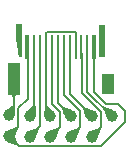
<source format=gbr>
%TF.GenerationSoftware,KiCad,Pcbnew,7.0.11*%
%TF.CreationDate,2025-03-06T21:23:03+09:00*%
%TF.ProjectId,USBC_Board,55534243-5f42-46f6-9172-642e6b696361,rev?*%
%TF.SameCoordinates,Original*%
%TF.FileFunction,Copper,L1,Top*%
%TF.FilePolarity,Positive*%
%FSLAX46Y46*%
G04 Gerber Fmt 4.6, Leading zero omitted, Abs format (unit mm)*
G04 Created by KiCad (PCBNEW 7.0.11) date 2025-03-06 21:23:03*
%MOMM*%
%LPD*%
G01*
G04 APERTURE LIST*
G04 Aperture macros list*
%AMFreePoly0*
4,1,22,0.012646,2.300439,0.012796,2.300403,0.012816,2.300369,0.012854,2.300354,0.012914,2.300207,0.012994,2.300076,0.287994,0.500075,0.287984,0.500037,0.288000,0.500000,0.288000,-0.250000,0.287854,-0.250354,0.287500,-0.250500,0.287500,-0.500000,-0.287500,-0.500000,-0.287500,-0.250500,-0.287854,-0.250354,-0.288000,-0.250000,-0.288000,2.300000,-0.287854,2.300354,-0.287500,2.300500,
0.012500,2.300500,0.012646,2.300439,0.012646,2.300439,$1*%
G04 Aperture macros list end*
%TA.AperFunction,SMDPad,CuDef*%
%ADD10C,1.000000*%
%TD*%
%TA.AperFunction,SMDPad,CuDef*%
%ADD11R,0.410000X2.000000*%
%TD*%
%TA.AperFunction,SMDPad,CuDef*%
%ADD12R,0.260000X2.000000*%
%TD*%
%TA.AperFunction,SMDPad,CuDef*%
%ADD13R,0.575000X2.800000*%
%TD*%
%TA.AperFunction,SMDPad,CuDef*%
%ADD14FreePoly0,180.000000*%
%TD*%
%TA.AperFunction,SMDPad,CuDef*%
%ADD15R,1.000000X1.800000*%
%TD*%
%TA.AperFunction,SMDPad,CuDef*%
%ADD16R,1.000000X2.700000*%
%TD*%
%TA.AperFunction,ViaPad*%
%ADD17C,0.600000*%
%TD*%
%TA.AperFunction,Conductor*%
%ADD18C,0.200000*%
%TD*%
G04 APERTURE END LIST*
D10*
%TO.P,J8,1,Pin_1*%
%TO.N,Net-(J11-RX2+)*%
X172900000Y-117500000D03*
%TD*%
%TO.P,J1,1,Pin_1*%
%TO.N,Net-(J1-Pin_1)*%
X167650000Y-117500000D03*
%TD*%
%TO.P,J10,1,Pin_1*%
%TO.N,Net-(J10-Pin_1)*%
X164150000Y-119200000D03*
%TD*%
%TO.P,J22,1,Pin_1*%
%TO.N,Net-(J22-Pin_1)*%
X164150000Y-117450000D03*
%TD*%
D11*
%TO.P,J11,A1,GNDA*%
%TO.N,Net-(J10-Pin_1)*%
X165712500Y-111675000D03*
D12*
%TO.P,J11,A2,TX1+*%
%TO.N,Net-(J11-TX1+)*%
X166287500Y-111675000D03*
%TO.P,J11,A3,TX1-*%
%TO.N,Net-(J11-TX1-)*%
X166787500Y-111675000D03*
%TO.P,J11,A4,A_VBUS*%
%TO.N,Net-(J1-Pin_1)*%
X167287500Y-111675000D03*
%TO.P,J11,A5,CC1*%
%TO.N,Net-(J11-CC1)*%
X167787500Y-111675000D03*
%TO.P,J11,A6,DA+*%
%TO.N,Net-(J11-DA+)*%
X168287500Y-111675000D03*
%TO.P,J11,A7,DA-*%
%TO.N,Net-(J11-DA-)*%
X168787500Y-111675000D03*
%TO.P,J11,A8,SBU1*%
%TO.N,Net-(J11-SBU1)*%
X169287500Y-111675000D03*
%TO.P,J11,A9,A_VBUS*%
%TO.N,Net-(J1-Pin_1)*%
X169787500Y-111675000D03*
%TO.P,J11,A10,RX2-*%
%TO.N,Net-(J11-RX2-)*%
X170287500Y-111675000D03*
%TO.P,J11,A11,RX2+*%
%TO.N,Net-(J11-RX2+)*%
X170787500Y-111675000D03*
D11*
%TO.P,J11,A12,GNDA*%
%TO.N,Net-(J10-Pin_1)*%
X171362500Y-111675000D03*
D13*
%TO.P,J11,S1*%
%TO.N,N/C*%
X172050000Y-111125000D03*
D14*
%TO.P,J11,S2*%
X165025000Y-110225000D03*
D15*
%TO.P,J11,S3,SHIELD*%
%TO.N,Net-(J22-Pin_1)*%
X172562500Y-114800000D03*
D16*
%TO.P,J11,S4,SHIELD*%
X164537500Y-114350000D03*
%TD*%
D10*
%TO.P,J2,1,Pin_1*%
%TO.N,Net-(J11-DA+)*%
X169400000Y-117500000D03*
%TD*%
%TO.P,J7,1,Pin_1*%
%TO.N,Net-(J11-SBU1)*%
X171150000Y-117500000D03*
%TD*%
%TO.P,J4,1,Pin_1*%
%TO.N,Net-(J11-CC1)*%
X167650000Y-119250000D03*
%TD*%
%TO.P,J3,1,Pin_1*%
%TO.N,Net-(J11-DA-)*%
X169400000Y-119250000D03*
%TD*%
%TO.P,J9,1,Pin_1*%
%TO.N,Net-(J11-RX2-)*%
X171150000Y-119250000D03*
%TD*%
%TO.P,J6,1,Pin_1*%
%TO.N,Net-(J11-TX1-)*%
X165900000Y-119250000D03*
%TD*%
%TO.P,J5,1,Pin_1*%
%TO.N,Net-(J11-TX1+)*%
X165900000Y-117500000D03*
%TD*%
D17*
%TO.N,Net-(J22-Pin_1)*%
X164550000Y-115250000D03*
%TD*%
D18*
%TO.N,Net-(J1-Pin_1)*%
X169787500Y-110470000D02*
X169717500Y-110400000D01*
X167357500Y-110400000D02*
X167287500Y-110470000D01*
X167287500Y-117137500D02*
X167287500Y-111700000D01*
X167287500Y-110470000D02*
X167287500Y-111700000D01*
X167650000Y-117500000D02*
X167287500Y-117137500D01*
X169717500Y-110400000D02*
X167357500Y-110400000D01*
X169787500Y-111700000D02*
X169787500Y-110470000D01*
%TO.N,Net-(J10-Pin_1)*%
X164950000Y-118400000D02*
X164150000Y-119200000D01*
X165725000Y-112119250D02*
X165725000Y-116025000D01*
X165725000Y-116025000D02*
X164950000Y-116800000D01*
X171900000Y-120050000D02*
X165000000Y-120050000D01*
X165000000Y-120050000D02*
X164150000Y-119200000D01*
X173950000Y-118000000D02*
X171900000Y-120050000D01*
X173950000Y-117050000D02*
X173950000Y-118000000D01*
X171362500Y-115449757D02*
X172362743Y-116450000D01*
X164950000Y-116800000D02*
X164950000Y-118400000D01*
X171362500Y-111700000D02*
X171362500Y-115449757D01*
X172362743Y-116450000D02*
X173350000Y-116450000D01*
X173350000Y-116450000D02*
X173950000Y-117050000D01*
%TO.N,Net-(J11-DA+)*%
X169400000Y-117500000D02*
X168300000Y-116400000D01*
X168300000Y-116400000D02*
X168300000Y-112119250D01*
%TO.N,Net-(J11-DA-)*%
X169400000Y-119250000D02*
X170200000Y-118450000D01*
X168800000Y-115700000D02*
X168800000Y-112119250D01*
X170200000Y-118450000D02*
X170200000Y-117100000D01*
X170200000Y-117100000D02*
X168800000Y-115700000D01*
%TO.N,Net-(J11-CC1)*%
X168450000Y-117150000D02*
X168450000Y-118450000D01*
X168450000Y-118450000D02*
X167650000Y-119250000D01*
X167800000Y-112119250D02*
X167800000Y-116500000D01*
X167800000Y-116500000D02*
X168450000Y-117150000D01*
%TO.N,Net-(J11-TX1+)*%
X166300000Y-112119250D02*
X166300000Y-117100000D01*
X166300000Y-117100000D02*
X165900000Y-117500000D01*
%TO.N,Net-(J11-TX1-)*%
X166800000Y-112119250D02*
X166800000Y-118350000D01*
X166800000Y-118350000D02*
X165900000Y-119250000D01*
%TO.N,Net-(J11-SBU1)*%
X169300000Y-115634314D02*
X169300000Y-112119250D01*
X171150000Y-117484314D02*
X169300000Y-115634314D01*
X171150000Y-117500000D02*
X171150000Y-117484314D01*
%TO.N,Net-(J11-RX2+)*%
X172847057Y-117500000D02*
X170787500Y-115440443D01*
X172900000Y-117500000D02*
X172847057Y-117500000D01*
X170787500Y-115440443D02*
X170787500Y-111700000D01*
%TO.N,Net-(J11-RX2-)*%
X171950000Y-118450000D02*
X171950000Y-117168629D01*
X170300000Y-115518629D02*
X170300000Y-112119250D01*
X171950000Y-117168629D02*
X170300000Y-115518629D01*
X171150000Y-119250000D02*
X171950000Y-118450000D01*
%TO.N,Net-(J22-Pin_1)*%
X164550000Y-117050000D02*
X164550000Y-115250000D01*
X164150000Y-117450000D02*
X164550000Y-117050000D01*
X164550000Y-115250000D02*
X164550000Y-114794250D01*
%TD*%
%TA.AperFunction,Conductor*%
%TO.N,Net-(J1-Pin_1)*%
G36*
X167390714Y-116652741D02*
G01*
X167993422Y-117138286D01*
X167997715Y-117146145D01*
X167995193Y-117154737D01*
X167994367Y-117155658D01*
X167653439Y-117497551D01*
X167645171Y-117500990D01*
X167645131Y-117500990D01*
X167162203Y-117500024D01*
X167153936Y-117496581D01*
X167150526Y-117488301D01*
X167150535Y-117487852D01*
X167187006Y-116661334D01*
X167190795Y-116653222D01*
X167198695Y-116650152D01*
X167383374Y-116650152D01*
X167390714Y-116652741D01*
G37*
%TD.AperFunction*%
%TD*%
%TA.AperFunction,Conductor*%
%TO.N,Net-(J10-Pin_1)*%
G36*
X164788262Y-118425137D02*
G01*
X164791755Y-118427543D01*
X164922456Y-118558244D01*
X164925883Y-118566517D01*
X164925114Y-118570688D01*
X164616222Y-119380119D01*
X164610071Y-119386627D01*
X164601120Y-119386879D01*
X164600849Y-119386772D01*
X164153796Y-119202562D01*
X164147453Y-119196242D01*
X163963233Y-118749162D01*
X163963250Y-118740211D01*
X163969594Y-118733890D01*
X163969841Y-118733792D01*
X164779314Y-118424885D01*
X164788262Y-118425137D01*
G37*
%TD.AperFunction*%
%TD*%
%TA.AperFunction,Conductor*%
%TO.N,Net-(J10-Pin_1)*%
G36*
X164609788Y-119013250D02*
G01*
X164616109Y-119019594D01*
X164616222Y-119019880D01*
X164683987Y-119197453D01*
X164862876Y-119666222D01*
X164925114Y-119829311D01*
X164924862Y-119838262D01*
X164922456Y-119841755D01*
X164791755Y-119972456D01*
X164783482Y-119975883D01*
X164779312Y-119975114D01*
X164397244Y-119829311D01*
X163969880Y-119666222D01*
X163963372Y-119660071D01*
X163963120Y-119651120D01*
X163963203Y-119650908D01*
X164147437Y-119203795D01*
X164153755Y-119197454D01*
X164600837Y-119013233D01*
X164609788Y-119013250D01*
G37*
%TD.AperFunction*%
%TD*%
%TA.AperFunction,Conductor*%
%TO.N,Net-(J11-DA+)*%
G36*
X168770683Y-116724884D02*
G01*
X169514663Y-117008798D01*
X169580119Y-117033777D01*
X169586627Y-117039928D01*
X169586879Y-117048879D01*
X169586766Y-117049165D01*
X169402563Y-117496202D01*
X169396242Y-117502546D01*
X169396202Y-117502563D01*
X168949165Y-117686766D01*
X168940211Y-117686749D01*
X168933890Y-117680405D01*
X168933777Y-117680119D01*
X168866019Y-117502563D01*
X168751844Y-117203376D01*
X168751683Y-117195487D01*
X168752773Y-117192236D01*
X168750512Y-117143325D01*
X168750500Y-117142785D01*
X168750500Y-117122158D01*
X168749364Y-117116085D01*
X168749177Y-117114474D01*
X168747585Y-117080009D01*
X168739523Y-117061750D01*
X168738726Y-117059177D01*
X168736855Y-117049165D01*
X168735061Y-117039567D01*
X168716897Y-117010231D01*
X168716142Y-117008798D01*
X168702206Y-116977235D01*
X168702205Y-116977234D01*
X168702204Y-116977232D01*
X168688098Y-116963127D01*
X168686423Y-116961013D01*
X168675919Y-116944048D01*
X168648382Y-116923253D01*
X168647160Y-116922189D01*
X168644688Y-116919717D01*
X168642032Y-116915620D01*
X168624885Y-116870685D01*
X168625137Y-116861737D01*
X168627540Y-116858247D01*
X168758245Y-116727542D01*
X168766517Y-116724116D01*
X168770683Y-116724884D01*
G37*
%TD.AperFunction*%
%TD*%
%TA.AperFunction,Conductor*%
%TO.N,Net-(J11-DA-)*%
G36*
X170038262Y-118475137D02*
G01*
X170041755Y-118477543D01*
X170172456Y-118608244D01*
X170175883Y-118616517D01*
X170175114Y-118620688D01*
X169866222Y-119430119D01*
X169860071Y-119436627D01*
X169851120Y-119436879D01*
X169850849Y-119436772D01*
X169403796Y-119252562D01*
X169397453Y-119246242D01*
X169213233Y-118799162D01*
X169213250Y-118790211D01*
X169219594Y-118783890D01*
X169219841Y-118783792D01*
X170029314Y-118474885D01*
X170038262Y-118475137D01*
G37*
%TD.AperFunction*%
%TD*%
%TA.AperFunction,Conductor*%
%TO.N,Net-(J11-CC1)*%
G36*
X168288262Y-118475137D02*
G01*
X168291755Y-118477543D01*
X168422456Y-118608244D01*
X168425883Y-118616517D01*
X168425114Y-118620688D01*
X168116222Y-119430119D01*
X168110071Y-119436627D01*
X168101120Y-119436879D01*
X168100849Y-119436772D01*
X167653796Y-119252562D01*
X167647453Y-119246242D01*
X167463233Y-118799162D01*
X167463250Y-118790211D01*
X167469594Y-118783890D01*
X167469841Y-118783792D01*
X168279314Y-118474885D01*
X168288262Y-118475137D01*
G37*
%TD.AperFunction*%
%TD*%
%TA.AperFunction,Conductor*%
%TO.N,Net-(J11-TX1+)*%
G36*
X166396573Y-116669112D02*
G01*
X166400000Y-116677385D01*
X166400000Y-117488323D01*
X166396573Y-117496596D01*
X166388323Y-117500023D01*
X165904868Y-117500990D01*
X165896590Y-117497581D01*
X165556048Y-117156075D01*
X165552633Y-117147797D01*
X165556072Y-117139529D01*
X165557393Y-117138394D01*
X166196907Y-116667959D01*
X166203840Y-116665685D01*
X166388300Y-116665685D01*
X166396573Y-116669112D01*
G37*
%TD.AperFunction*%
%TD*%
%TA.AperFunction,Conductor*%
%TO.N,Net-(J11-TX1-)*%
G36*
X166538262Y-118475137D02*
G01*
X166541755Y-118477543D01*
X166672456Y-118608244D01*
X166675883Y-118616517D01*
X166675114Y-118620688D01*
X166366222Y-119430119D01*
X166360071Y-119436627D01*
X166351120Y-119436879D01*
X166350849Y-119436772D01*
X165903796Y-119252562D01*
X165897453Y-119246242D01*
X165713233Y-118799162D01*
X165713250Y-118790211D01*
X165719594Y-118783890D01*
X165719841Y-118783792D01*
X166529314Y-118474885D01*
X166538262Y-118475137D01*
G37*
%TD.AperFunction*%
%TD*%
%TA.AperFunction,Conductor*%
%TO.N,Net-(J11-SBU1)*%
G36*
X170530143Y-116718709D02*
G01*
X171330281Y-117033705D01*
X171336724Y-117039924D01*
X171336882Y-117048878D01*
X171336813Y-117049049D01*
X171152563Y-117496202D01*
X171146242Y-117502546D01*
X171146202Y-117502563D01*
X170699304Y-117686708D01*
X170690350Y-117686691D01*
X170684029Y-117680347D01*
X170683865Y-117679926D01*
X170501218Y-117182880D01*
X170500500Y-117178844D01*
X170500500Y-117150924D01*
X170501107Y-117147205D01*
X170502773Y-117142235D01*
X170500512Y-117093324D01*
X170500500Y-117092784D01*
X170500500Y-117072158D01*
X170499364Y-117066085D01*
X170499177Y-117064474D01*
X170497585Y-117030008D01*
X170489523Y-117011749D01*
X170488726Y-117009176D01*
X170485061Y-116989567D01*
X170466898Y-116960232D01*
X170466143Y-116958799D01*
X170452206Y-116927235D01*
X170452205Y-116927234D01*
X170452204Y-116927232D01*
X170438098Y-116913127D01*
X170436423Y-116911013D01*
X170425919Y-116894048D01*
X170398382Y-116873253D01*
X170397160Y-116872189D01*
X170390212Y-116865241D01*
X170386785Y-116856968D01*
X170390211Y-116848696D01*
X170517585Y-116721322D01*
X170525857Y-116717896D01*
X170530143Y-116718709D01*
G37*
%TD.AperFunction*%
%TD*%
%TA.AperFunction,Conductor*%
%TO.N,Net-(J11-RX2+)*%
G36*
X172249264Y-116756218D02*
G01*
X172800815Y-116940821D01*
X172965264Y-116995862D01*
X173079466Y-117034085D01*
X173086224Y-117039960D01*
X173086848Y-117048893D01*
X173086571Y-117049637D01*
X172902563Y-117496202D01*
X172896242Y-117502546D01*
X172896202Y-117502563D01*
X172448772Y-117686927D01*
X172439818Y-117686910D01*
X172433541Y-117680671D01*
X172251426Y-117250617D01*
X172250500Y-117246055D01*
X172250500Y-117219553D01*
X172251107Y-117215834D01*
X172252773Y-117210864D01*
X172250512Y-117161953D01*
X172250500Y-117161413D01*
X172250500Y-117140787D01*
X172249364Y-117134714D01*
X172249177Y-117133103D01*
X172247585Y-117098637D01*
X172239522Y-117080375D01*
X172238727Y-117077810D01*
X172235061Y-117058196D01*
X172216899Y-117028863D01*
X172216144Y-117027430D01*
X172202206Y-116995863D01*
X172202205Y-116995862D01*
X172202204Y-116995860D01*
X172188096Y-116981753D01*
X172186421Y-116979639D01*
X172175919Y-116962677D01*
X172148386Y-116941885D01*
X172147164Y-116940821D01*
X172109603Y-116903260D01*
X172106176Y-116894987D01*
X172109601Y-116886717D01*
X172237279Y-116759039D01*
X172245551Y-116755613D01*
X172249264Y-116756218D01*
G37*
%TD.AperFunction*%
%TD*%
%TA.AperFunction,Conductor*%
%TO.N,Net-(J11-RX2-)*%
G36*
X171788262Y-118475137D02*
G01*
X171791755Y-118477543D01*
X171922456Y-118608244D01*
X171925883Y-118616517D01*
X171925114Y-118620688D01*
X171616222Y-119430119D01*
X171610071Y-119436627D01*
X171601120Y-119436879D01*
X171600849Y-119436772D01*
X171153796Y-119252562D01*
X171147453Y-119246242D01*
X170963233Y-118799162D01*
X170963250Y-118790211D01*
X170969594Y-118783890D01*
X170969841Y-118783792D01*
X171779314Y-118474885D01*
X171788262Y-118475137D01*
G37*
%TD.AperFunction*%
%TD*%
%TA.AperFunction,Conductor*%
%TO.N,Net-(J22-Pin_1)*%
G36*
X164554484Y-115250873D02*
G01*
X164680647Y-115303587D01*
X164816851Y-115360496D01*
X164823163Y-115366848D01*
X164823330Y-115375305D01*
X164704348Y-115701160D01*
X164652807Y-115842313D01*
X164646751Y-115848909D01*
X164641817Y-115850000D01*
X164458183Y-115850000D01*
X164449910Y-115846573D01*
X164447193Y-115842313D01*
X164403485Y-115722612D01*
X164403250Y-115715308D01*
X164407408Y-115701146D01*
X164407980Y-115699609D01*
X164422665Y-115667457D01*
X164427693Y-115632480D01*
X164428048Y-115630853D01*
X164438000Y-115596961D01*
X164438000Y-115303587D01*
X164441427Y-115295314D01*
X164445184Y-115292794D01*
X164545490Y-115250883D01*
X164554443Y-115250857D01*
X164554484Y-115250873D01*
G37*
%TD.AperFunction*%
%TD*%
%TA.AperFunction,Conductor*%
%TO.N,Net-(J22-Pin_1)*%
G36*
X164646573Y-116619112D02*
G01*
X164650000Y-116627385D01*
X164650000Y-116740348D01*
X164649555Y-116742733D01*
X164649699Y-116742760D01*
X164649500Y-116743825D01*
X164649500Y-116763780D01*
X164649189Y-116766459D01*
X164644621Y-116785882D01*
X164649388Y-116820052D01*
X164649500Y-116821669D01*
X164649500Y-117438324D01*
X164646073Y-117446597D01*
X164637823Y-117450024D01*
X164154868Y-117450990D01*
X164146590Y-117447581D01*
X163806048Y-117106075D01*
X163802633Y-117097797D01*
X163806072Y-117089529D01*
X163807393Y-117088394D01*
X164446907Y-116617959D01*
X164453840Y-116615685D01*
X164638300Y-116615685D01*
X164646573Y-116619112D01*
G37*
%TD.AperFunction*%
%TD*%
%TA.AperFunction,Conductor*%
%TO.N,Net-(J22-Pin_1)*%
G36*
X164651167Y-114797677D02*
G01*
X164653276Y-114800555D01*
X164821298Y-115123907D01*
X164822072Y-115132829D01*
X164816311Y-115139684D01*
X164815427Y-115140098D01*
X164554511Y-115249115D01*
X164545556Y-115249142D01*
X164545489Y-115249115D01*
X164445189Y-115207207D01*
X164438877Y-115200855D01*
X164438000Y-115196411D01*
X164438000Y-114820201D01*
X164439317Y-114814808D01*
X164446724Y-114800555D01*
X164453580Y-114794794D01*
X164457106Y-114794250D01*
X164642894Y-114794250D01*
X164651167Y-114797677D01*
G37*
%TD.AperFunction*%
%TD*%
M02*

</source>
